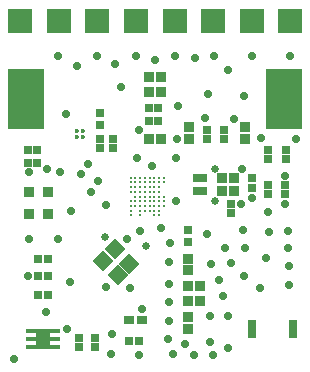
<source format=gts>
G04 Layer_Color=8388736*
%FSLAX24Y24*%
%MOIN*%
G70*
G01*
G75*
%ADD18C,0.0083*%
%ADD46C,0.0142*%
%ADD47R,0.0347X0.0351*%
%ADD48C,0.0257*%
%ADD49R,0.0277X0.0277*%
%ADD50R,0.0265X0.0280*%
%ADD51R,0.0277X0.0277*%
%ADD52R,0.0280X0.0265*%
%ADD53R,0.0336X0.0178*%
%ADD54R,0.0454X0.0690*%
%ADD55R,0.0375X0.0375*%
G04:AMPARAMS|DCode=56|XSize=51.2mil|YSize=47.2mil|CornerRadius=0mil|HoleSize=0mil|Usage=FLASHONLY|Rotation=135.000|XOffset=0mil|YOffset=0mil|HoleType=Round|Shape=Rectangle|*
%AMROTATEDRECTD56*
4,1,4,0.0348,-0.0014,0.0014,-0.0348,-0.0348,0.0014,-0.0014,0.0348,0.0348,-0.0014,0.0*
%
%ADD56ROTATEDRECTD56*%

%ADD57R,0.0472X0.0276*%
%ADD58R,0.0343X0.0343*%
%ADD59R,0.0343X0.0343*%
%ADD60R,0.0336X0.0257*%
%ADD61R,0.0351X0.0347*%
%ADD62R,0.0847X0.0847*%
%ADD63R,0.1241X0.2029*%
%ADD64R,0.0316X0.0316*%
%ADD65R,0.0315X0.0614*%
%ADD66C,0.0280*%
D18*
X5132Y5033D02*
D03*
X4975D02*
D03*
X4503D02*
D03*
X4188D02*
D03*
X5132Y5190D02*
D03*
X4975D02*
D03*
X4817D02*
D03*
X4188D02*
D03*
X5290Y5348D02*
D03*
X5132D02*
D03*
X4975D02*
D03*
X4817D02*
D03*
X4660D02*
D03*
X4503D02*
D03*
X4345D02*
D03*
X4188D02*
D03*
X5290Y5505D02*
D03*
X5132D02*
D03*
X4975D02*
D03*
X4817D02*
D03*
X4660D02*
D03*
X4503D02*
D03*
X4345D02*
D03*
X4188D02*
D03*
X5290Y5663D02*
D03*
X5132D02*
D03*
X4975D02*
D03*
X4817D02*
D03*
X4660D02*
D03*
X4503D02*
D03*
X4345D02*
D03*
X4975Y5820D02*
D03*
X4817D02*
D03*
X4660D02*
D03*
X4503D02*
D03*
X4345D02*
D03*
X4188D02*
D03*
X5132Y5977D02*
D03*
X4975D02*
D03*
X4817D02*
D03*
X4660D02*
D03*
X4503D02*
D03*
X4345D02*
D03*
X4188D02*
D03*
X5290Y6135D02*
D03*
X5132D02*
D03*
X4503D02*
D03*
X4345D02*
D03*
X4188D02*
D03*
X5290Y6292D02*
D03*
X5132D02*
D03*
X4975D02*
D03*
X4817D02*
D03*
X4503D02*
D03*
X4345D02*
D03*
X4188D02*
D03*
X4660D02*
D03*
X4975Y6135D02*
D03*
X4817D02*
D03*
X4660D02*
D03*
X5132Y5820D02*
D03*
X4660Y5190D02*
D03*
X4503D02*
D03*
D46*
X2588Y7838D02*
D03*
Y7642D02*
D03*
X2392Y7838D02*
D03*
Y7642D02*
D03*
D47*
X4795Y7590D02*
D03*
X5200D02*
D03*
X6097Y2670D02*
D03*
X6503D02*
D03*
D48*
X3320Y4300D02*
D03*
X4703Y4003D02*
D03*
X6990Y5510D02*
D03*
Y6580D02*
D03*
D49*
X4458Y860D02*
D03*
X4143D02*
D03*
X1103Y2390D02*
D03*
X1417D02*
D03*
X1103Y3000D02*
D03*
X1417D02*
D03*
X1420Y3590D02*
D03*
X1105D02*
D03*
D50*
X8750Y6040D02*
D03*
Y5740D02*
D03*
X2480Y940D02*
D03*
Y640D02*
D03*
X3000Y940D02*
D03*
Y640D02*
D03*
X9340Y6040D02*
D03*
Y5740D02*
D03*
X6720Y7590D02*
D03*
Y7889D02*
D03*
X7290Y7590D02*
D03*
Y7889D02*
D03*
X3180Y7580D02*
D03*
Y7281D02*
D03*
X7540Y5130D02*
D03*
Y5430D02*
D03*
X3610Y7580D02*
D03*
Y7281D02*
D03*
D51*
X8770Y6910D02*
D03*
Y7225D02*
D03*
X9380D02*
D03*
Y6910D02*
D03*
X8230Y5963D02*
D03*
Y6277D02*
D03*
D52*
X4800Y8600D02*
D03*
X5099D02*
D03*
X4800Y8180D02*
D03*
X5099D02*
D03*
X1080Y7220D02*
D03*
X780D02*
D03*
X1080Y6790D02*
D03*
X780D02*
D03*
D53*
X847Y1176D02*
D03*
Y920D02*
D03*
Y664D02*
D03*
X1673Y1176D02*
D03*
Y920D02*
D03*
Y664D02*
D03*
D54*
X1260Y920D02*
D03*
D55*
X785Y5066D02*
D03*
Y5814D02*
D03*
X1415D02*
D03*
Y5066D02*
D03*
D56*
X3754Y3037D02*
D03*
X3280Y3510D02*
D03*
X3670Y3900D02*
D03*
X4143Y3427D02*
D03*
D57*
X6499Y6293D02*
D03*
Y5859D02*
D03*
D58*
X7990Y7984D02*
D03*
Y7590D02*
D03*
X6140Y7984D02*
D03*
Y7590D02*
D03*
X6097Y3201D02*
D03*
Y3595D02*
D03*
D59*
X5197Y9650D02*
D03*
X4803D02*
D03*
X5197Y9140D02*
D03*
X4803D02*
D03*
X6487Y2170D02*
D03*
X6093D02*
D03*
X7627Y6280D02*
D03*
X7233D02*
D03*
X7634Y5860D02*
D03*
X7240D02*
D03*
D60*
X4143Y1540D02*
D03*
X4560D02*
D03*
D61*
X6097Y1248D02*
D03*
Y1654D02*
D03*
D62*
X3074Y11500D02*
D03*
X9500D02*
D03*
X500D02*
D03*
X1787D02*
D03*
X5649D02*
D03*
X6936D02*
D03*
X4361D02*
D03*
X8223D02*
D03*
D63*
X9300Y8920D02*
D03*
X700Y8910D02*
D03*
D64*
X6100Y4537D02*
D03*
Y4143D02*
D03*
X3180Y8434D02*
D03*
Y8040D02*
D03*
D65*
X8240Y1250D02*
D03*
X9581D02*
D03*
D66*
X5708Y6950D02*
D03*
X8230Y5600D02*
D03*
X4503Y4523D02*
D03*
X2520Y6430D02*
D03*
X3360Y5380D02*
D03*
X1370Y1800D02*
D03*
X5588Y416D02*
D03*
X2210Y5180D02*
D03*
X1770Y10350D02*
D03*
X3070D02*
D03*
X4360D02*
D03*
X5650D02*
D03*
X6950D02*
D03*
X8230D02*
D03*
X9500D02*
D03*
X4560Y1913D02*
D03*
X790Y6480D02*
D03*
X9340Y5420D02*
D03*
X7620Y8250D02*
D03*
X6650Y8290D02*
D03*
X7970Y9020D02*
D03*
X6770Y9070D02*
D03*
X5780Y8690D02*
D03*
X7420Y9880D02*
D03*
X6320Y10290D02*
D03*
X5010Y10230D02*
D03*
X3650Y10070D02*
D03*
X3870Y9330D02*
D03*
X2400Y10030D02*
D03*
X2020Y8400D02*
D03*
X1830Y6470D02*
D03*
X2080Y1240D02*
D03*
X1750Y4250D02*
D03*
X790Y4260D02*
D03*
X5210Y4610D02*
D03*
X8750Y5150D02*
D03*
X6930Y370D02*
D03*
X6300D02*
D03*
X5988Y754D02*
D03*
X5440Y910D02*
D03*
X5480Y2140D02*
D03*
Y2750D02*
D03*
X5470Y3480D02*
D03*
X5490Y4130D02*
D03*
X5450Y1510D02*
D03*
X6820Y1670D02*
D03*
X7420Y1680D02*
D03*
X7140Y2890D02*
D03*
X8000Y3950D02*
D03*
X7530Y3450D02*
D03*
X6860Y3400D02*
D03*
X7330Y3960D02*
D03*
X7930Y4540D02*
D03*
X8800Y4470D02*
D03*
X9430Y4500D02*
D03*
X8710Y3620D02*
D03*
X9460Y2730D02*
D03*
X9420Y3940D02*
D03*
X8490Y2620D02*
D03*
X9450Y3360D02*
D03*
X7950Y3000D02*
D03*
X7270Y2340D02*
D03*
X6820Y830D02*
D03*
X7440Y620D02*
D03*
X4480Y390D02*
D03*
X6720Y4400D02*
D03*
X7880Y5430D02*
D03*
X9340Y6340D02*
D03*
X8530Y7630D02*
D03*
X5708Y5505D02*
D03*
X4400Y6950D02*
D03*
X4890Y6690D02*
D03*
X5720Y7590D02*
D03*
X1410Y6580D02*
D03*
X3100Y6170D02*
D03*
X2760Y6740D02*
D03*
X2870Y5830D02*
D03*
X4170Y2630D02*
D03*
X3360Y2640D02*
D03*
X4060Y4240D02*
D03*
X760Y3000D02*
D03*
X7900Y6579D02*
D03*
X9690Y7580D02*
D03*
X310Y250D02*
D03*
X3530Y400D02*
D03*
X3560Y1080D02*
D03*
X2160Y2810D02*
D03*
X4450Y7870D02*
D03*
M02*

</source>
